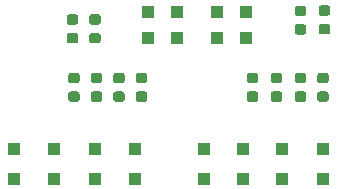
<source format=gbr>
G04 #@! TF.GenerationSoftware,KiCad,Pcbnew,5.0.2+dfsg1-1*
G04 #@! TF.CreationDate,2019-12-14T00:12:12+01:00*
G04 #@! TF.ProjectId,USB,5553422e-6b69-4636-9164-5f7063625858,rev?*
G04 #@! TF.SameCoordinates,Original*
G04 #@! TF.FileFunction,Paste,Top*
G04 #@! TF.FilePolarity,Positive*
%FSLAX46Y46*%
G04 Gerber Fmt 4.6, Leading zero omitted, Abs format (unit mm)*
G04 Created by KiCad (PCBNEW 5.0.2+dfsg1-1) date Sat 14 Dec 2019 12:12:12 AM CET*
%MOMM*%
%LPD*%
G01*
G04 APERTURE LIST*
%ADD10R,1.000000X1.000000*%
%ADD11C,0.100000*%
%ADD12C,0.875000*%
G04 APERTURE END LIST*
D10*
G04 #@! TO.C,D12*
X150221000Y-93980000D03*
X147721000Y-93980000D03*
G04 #@! TD*
G04 #@! TO.C,D1*
X130556000Y-108057000D03*
X130556000Y-105557000D03*
G04 #@! TD*
G04 #@! TO.C,D2*
X133985000Y-105557000D03*
X133985000Y-108057000D03*
G04 #@! TD*
G04 #@! TO.C,D3*
X137414000Y-108057000D03*
X137414000Y-105557000D03*
G04 #@! TD*
G04 #@! TO.C,D4*
X140843000Y-108057000D03*
X140843000Y-105557000D03*
G04 #@! TD*
G04 #@! TO.C,D5*
X141879000Y-96139000D03*
X144379000Y-96139000D03*
G04 #@! TD*
G04 #@! TO.C,D7*
X141879000Y-93980000D03*
X144379000Y-93980000D03*
G04 #@! TD*
G04 #@! TO.C,D8*
X146685000Y-105557000D03*
X146685000Y-108057000D03*
G04 #@! TD*
G04 #@! TO.C,D9*
X149987000Y-108057000D03*
X149987000Y-105557000D03*
G04 #@! TD*
G04 #@! TO.C,D10*
X153289000Y-108057000D03*
X153289000Y-105557000D03*
G04 #@! TD*
G04 #@! TO.C,D11*
X156718000Y-105557000D03*
X156718000Y-108057000D03*
G04 #@! TD*
G04 #@! TO.C,D14*
X147721000Y-96139000D03*
X150221000Y-96139000D03*
G04 #@! TD*
D11*
G04 #@! TO.C,R1*
G36*
X135913691Y-100681053D02*
X135934926Y-100684203D01*
X135955750Y-100689419D01*
X135975962Y-100696651D01*
X135995368Y-100705830D01*
X136013781Y-100716866D01*
X136031024Y-100729654D01*
X136046930Y-100744070D01*
X136061346Y-100759976D01*
X136074134Y-100777219D01*
X136085170Y-100795632D01*
X136094349Y-100815038D01*
X136101581Y-100835250D01*
X136106797Y-100856074D01*
X136109947Y-100877309D01*
X136111000Y-100898750D01*
X136111000Y-101336250D01*
X136109947Y-101357691D01*
X136106797Y-101378926D01*
X136101581Y-101399750D01*
X136094349Y-101419962D01*
X136085170Y-101439368D01*
X136074134Y-101457781D01*
X136061346Y-101475024D01*
X136046930Y-101490930D01*
X136031024Y-101505346D01*
X136013781Y-101518134D01*
X135995368Y-101529170D01*
X135975962Y-101538349D01*
X135955750Y-101545581D01*
X135934926Y-101550797D01*
X135913691Y-101553947D01*
X135892250Y-101555000D01*
X135379750Y-101555000D01*
X135358309Y-101553947D01*
X135337074Y-101550797D01*
X135316250Y-101545581D01*
X135296038Y-101538349D01*
X135276632Y-101529170D01*
X135258219Y-101518134D01*
X135240976Y-101505346D01*
X135225070Y-101490930D01*
X135210654Y-101475024D01*
X135197866Y-101457781D01*
X135186830Y-101439368D01*
X135177651Y-101419962D01*
X135170419Y-101399750D01*
X135165203Y-101378926D01*
X135162053Y-101357691D01*
X135161000Y-101336250D01*
X135161000Y-100898750D01*
X135162053Y-100877309D01*
X135165203Y-100856074D01*
X135170419Y-100835250D01*
X135177651Y-100815038D01*
X135186830Y-100795632D01*
X135197866Y-100777219D01*
X135210654Y-100759976D01*
X135225070Y-100744070D01*
X135240976Y-100729654D01*
X135258219Y-100716866D01*
X135276632Y-100705830D01*
X135296038Y-100696651D01*
X135316250Y-100689419D01*
X135337074Y-100684203D01*
X135358309Y-100681053D01*
X135379750Y-100680000D01*
X135892250Y-100680000D01*
X135913691Y-100681053D01*
X135913691Y-100681053D01*
G37*
D12*
X135636000Y-101117500D03*
D11*
G36*
X135913691Y-99106053D02*
X135934926Y-99109203D01*
X135955750Y-99114419D01*
X135975962Y-99121651D01*
X135995368Y-99130830D01*
X136013781Y-99141866D01*
X136031024Y-99154654D01*
X136046930Y-99169070D01*
X136061346Y-99184976D01*
X136074134Y-99202219D01*
X136085170Y-99220632D01*
X136094349Y-99240038D01*
X136101581Y-99260250D01*
X136106797Y-99281074D01*
X136109947Y-99302309D01*
X136111000Y-99323750D01*
X136111000Y-99761250D01*
X136109947Y-99782691D01*
X136106797Y-99803926D01*
X136101581Y-99824750D01*
X136094349Y-99844962D01*
X136085170Y-99864368D01*
X136074134Y-99882781D01*
X136061346Y-99900024D01*
X136046930Y-99915930D01*
X136031024Y-99930346D01*
X136013781Y-99943134D01*
X135995368Y-99954170D01*
X135975962Y-99963349D01*
X135955750Y-99970581D01*
X135934926Y-99975797D01*
X135913691Y-99978947D01*
X135892250Y-99980000D01*
X135379750Y-99980000D01*
X135358309Y-99978947D01*
X135337074Y-99975797D01*
X135316250Y-99970581D01*
X135296038Y-99963349D01*
X135276632Y-99954170D01*
X135258219Y-99943134D01*
X135240976Y-99930346D01*
X135225070Y-99915930D01*
X135210654Y-99900024D01*
X135197866Y-99882781D01*
X135186830Y-99864368D01*
X135177651Y-99844962D01*
X135170419Y-99824750D01*
X135165203Y-99803926D01*
X135162053Y-99782691D01*
X135161000Y-99761250D01*
X135161000Y-99323750D01*
X135162053Y-99302309D01*
X135165203Y-99281074D01*
X135170419Y-99260250D01*
X135177651Y-99240038D01*
X135186830Y-99220632D01*
X135197866Y-99202219D01*
X135210654Y-99184976D01*
X135225070Y-99169070D01*
X135240976Y-99154654D01*
X135258219Y-99141866D01*
X135276632Y-99130830D01*
X135296038Y-99121651D01*
X135316250Y-99114419D01*
X135337074Y-99109203D01*
X135358309Y-99106053D01*
X135379750Y-99105000D01*
X135892250Y-99105000D01*
X135913691Y-99106053D01*
X135913691Y-99106053D01*
G37*
D12*
X135636000Y-99542500D03*
G04 #@! TD*
D11*
G04 #@! TO.C,R2*
G36*
X137818691Y-99106053D02*
X137839926Y-99109203D01*
X137860750Y-99114419D01*
X137880962Y-99121651D01*
X137900368Y-99130830D01*
X137918781Y-99141866D01*
X137936024Y-99154654D01*
X137951930Y-99169070D01*
X137966346Y-99184976D01*
X137979134Y-99202219D01*
X137990170Y-99220632D01*
X137999349Y-99240038D01*
X138006581Y-99260250D01*
X138011797Y-99281074D01*
X138014947Y-99302309D01*
X138016000Y-99323750D01*
X138016000Y-99761250D01*
X138014947Y-99782691D01*
X138011797Y-99803926D01*
X138006581Y-99824750D01*
X137999349Y-99844962D01*
X137990170Y-99864368D01*
X137979134Y-99882781D01*
X137966346Y-99900024D01*
X137951930Y-99915930D01*
X137936024Y-99930346D01*
X137918781Y-99943134D01*
X137900368Y-99954170D01*
X137880962Y-99963349D01*
X137860750Y-99970581D01*
X137839926Y-99975797D01*
X137818691Y-99978947D01*
X137797250Y-99980000D01*
X137284750Y-99980000D01*
X137263309Y-99978947D01*
X137242074Y-99975797D01*
X137221250Y-99970581D01*
X137201038Y-99963349D01*
X137181632Y-99954170D01*
X137163219Y-99943134D01*
X137145976Y-99930346D01*
X137130070Y-99915930D01*
X137115654Y-99900024D01*
X137102866Y-99882781D01*
X137091830Y-99864368D01*
X137082651Y-99844962D01*
X137075419Y-99824750D01*
X137070203Y-99803926D01*
X137067053Y-99782691D01*
X137066000Y-99761250D01*
X137066000Y-99323750D01*
X137067053Y-99302309D01*
X137070203Y-99281074D01*
X137075419Y-99260250D01*
X137082651Y-99240038D01*
X137091830Y-99220632D01*
X137102866Y-99202219D01*
X137115654Y-99184976D01*
X137130070Y-99169070D01*
X137145976Y-99154654D01*
X137163219Y-99141866D01*
X137181632Y-99130830D01*
X137201038Y-99121651D01*
X137221250Y-99114419D01*
X137242074Y-99109203D01*
X137263309Y-99106053D01*
X137284750Y-99105000D01*
X137797250Y-99105000D01*
X137818691Y-99106053D01*
X137818691Y-99106053D01*
G37*
D12*
X137541000Y-99542500D03*
D11*
G36*
X137818691Y-100681053D02*
X137839926Y-100684203D01*
X137860750Y-100689419D01*
X137880962Y-100696651D01*
X137900368Y-100705830D01*
X137918781Y-100716866D01*
X137936024Y-100729654D01*
X137951930Y-100744070D01*
X137966346Y-100759976D01*
X137979134Y-100777219D01*
X137990170Y-100795632D01*
X137999349Y-100815038D01*
X138006581Y-100835250D01*
X138011797Y-100856074D01*
X138014947Y-100877309D01*
X138016000Y-100898750D01*
X138016000Y-101336250D01*
X138014947Y-101357691D01*
X138011797Y-101378926D01*
X138006581Y-101399750D01*
X137999349Y-101419962D01*
X137990170Y-101439368D01*
X137979134Y-101457781D01*
X137966346Y-101475024D01*
X137951930Y-101490930D01*
X137936024Y-101505346D01*
X137918781Y-101518134D01*
X137900368Y-101529170D01*
X137880962Y-101538349D01*
X137860750Y-101545581D01*
X137839926Y-101550797D01*
X137818691Y-101553947D01*
X137797250Y-101555000D01*
X137284750Y-101555000D01*
X137263309Y-101553947D01*
X137242074Y-101550797D01*
X137221250Y-101545581D01*
X137201038Y-101538349D01*
X137181632Y-101529170D01*
X137163219Y-101518134D01*
X137145976Y-101505346D01*
X137130070Y-101490930D01*
X137115654Y-101475024D01*
X137102866Y-101457781D01*
X137091830Y-101439368D01*
X137082651Y-101419962D01*
X137075419Y-101399750D01*
X137070203Y-101378926D01*
X137067053Y-101357691D01*
X137066000Y-101336250D01*
X137066000Y-100898750D01*
X137067053Y-100877309D01*
X137070203Y-100856074D01*
X137075419Y-100835250D01*
X137082651Y-100815038D01*
X137091830Y-100795632D01*
X137102866Y-100777219D01*
X137115654Y-100759976D01*
X137130070Y-100744070D01*
X137145976Y-100729654D01*
X137163219Y-100716866D01*
X137181632Y-100705830D01*
X137201038Y-100696651D01*
X137221250Y-100689419D01*
X137242074Y-100684203D01*
X137263309Y-100681053D01*
X137284750Y-100680000D01*
X137797250Y-100680000D01*
X137818691Y-100681053D01*
X137818691Y-100681053D01*
G37*
D12*
X137541000Y-101117500D03*
G04 #@! TD*
D11*
G04 #@! TO.C,R3*
G36*
X141628691Y-99106053D02*
X141649926Y-99109203D01*
X141670750Y-99114419D01*
X141690962Y-99121651D01*
X141710368Y-99130830D01*
X141728781Y-99141866D01*
X141746024Y-99154654D01*
X141761930Y-99169070D01*
X141776346Y-99184976D01*
X141789134Y-99202219D01*
X141800170Y-99220632D01*
X141809349Y-99240038D01*
X141816581Y-99260250D01*
X141821797Y-99281074D01*
X141824947Y-99302309D01*
X141826000Y-99323750D01*
X141826000Y-99761250D01*
X141824947Y-99782691D01*
X141821797Y-99803926D01*
X141816581Y-99824750D01*
X141809349Y-99844962D01*
X141800170Y-99864368D01*
X141789134Y-99882781D01*
X141776346Y-99900024D01*
X141761930Y-99915930D01*
X141746024Y-99930346D01*
X141728781Y-99943134D01*
X141710368Y-99954170D01*
X141690962Y-99963349D01*
X141670750Y-99970581D01*
X141649926Y-99975797D01*
X141628691Y-99978947D01*
X141607250Y-99980000D01*
X141094750Y-99980000D01*
X141073309Y-99978947D01*
X141052074Y-99975797D01*
X141031250Y-99970581D01*
X141011038Y-99963349D01*
X140991632Y-99954170D01*
X140973219Y-99943134D01*
X140955976Y-99930346D01*
X140940070Y-99915930D01*
X140925654Y-99900024D01*
X140912866Y-99882781D01*
X140901830Y-99864368D01*
X140892651Y-99844962D01*
X140885419Y-99824750D01*
X140880203Y-99803926D01*
X140877053Y-99782691D01*
X140876000Y-99761250D01*
X140876000Y-99323750D01*
X140877053Y-99302309D01*
X140880203Y-99281074D01*
X140885419Y-99260250D01*
X140892651Y-99240038D01*
X140901830Y-99220632D01*
X140912866Y-99202219D01*
X140925654Y-99184976D01*
X140940070Y-99169070D01*
X140955976Y-99154654D01*
X140973219Y-99141866D01*
X140991632Y-99130830D01*
X141011038Y-99121651D01*
X141031250Y-99114419D01*
X141052074Y-99109203D01*
X141073309Y-99106053D01*
X141094750Y-99105000D01*
X141607250Y-99105000D01*
X141628691Y-99106053D01*
X141628691Y-99106053D01*
G37*
D12*
X141351000Y-99542500D03*
D11*
G36*
X141628691Y-100681053D02*
X141649926Y-100684203D01*
X141670750Y-100689419D01*
X141690962Y-100696651D01*
X141710368Y-100705830D01*
X141728781Y-100716866D01*
X141746024Y-100729654D01*
X141761930Y-100744070D01*
X141776346Y-100759976D01*
X141789134Y-100777219D01*
X141800170Y-100795632D01*
X141809349Y-100815038D01*
X141816581Y-100835250D01*
X141821797Y-100856074D01*
X141824947Y-100877309D01*
X141826000Y-100898750D01*
X141826000Y-101336250D01*
X141824947Y-101357691D01*
X141821797Y-101378926D01*
X141816581Y-101399750D01*
X141809349Y-101419962D01*
X141800170Y-101439368D01*
X141789134Y-101457781D01*
X141776346Y-101475024D01*
X141761930Y-101490930D01*
X141746024Y-101505346D01*
X141728781Y-101518134D01*
X141710368Y-101529170D01*
X141690962Y-101538349D01*
X141670750Y-101545581D01*
X141649926Y-101550797D01*
X141628691Y-101553947D01*
X141607250Y-101555000D01*
X141094750Y-101555000D01*
X141073309Y-101553947D01*
X141052074Y-101550797D01*
X141031250Y-101545581D01*
X141011038Y-101538349D01*
X140991632Y-101529170D01*
X140973219Y-101518134D01*
X140955976Y-101505346D01*
X140940070Y-101490930D01*
X140925654Y-101475024D01*
X140912866Y-101457781D01*
X140901830Y-101439368D01*
X140892651Y-101419962D01*
X140885419Y-101399750D01*
X140880203Y-101378926D01*
X140877053Y-101357691D01*
X140876000Y-101336250D01*
X140876000Y-100898750D01*
X140877053Y-100877309D01*
X140880203Y-100856074D01*
X140885419Y-100835250D01*
X140892651Y-100815038D01*
X140901830Y-100795632D01*
X140912866Y-100777219D01*
X140925654Y-100759976D01*
X140940070Y-100744070D01*
X140955976Y-100729654D01*
X140973219Y-100716866D01*
X140991632Y-100705830D01*
X141011038Y-100696651D01*
X141031250Y-100689419D01*
X141052074Y-100684203D01*
X141073309Y-100681053D01*
X141094750Y-100680000D01*
X141607250Y-100680000D01*
X141628691Y-100681053D01*
X141628691Y-100681053D01*
G37*
D12*
X141351000Y-101117500D03*
G04 #@! TD*
D11*
G04 #@! TO.C,R4*
G36*
X139723691Y-100681053D02*
X139744926Y-100684203D01*
X139765750Y-100689419D01*
X139785962Y-100696651D01*
X139805368Y-100705830D01*
X139823781Y-100716866D01*
X139841024Y-100729654D01*
X139856930Y-100744070D01*
X139871346Y-100759976D01*
X139884134Y-100777219D01*
X139895170Y-100795632D01*
X139904349Y-100815038D01*
X139911581Y-100835250D01*
X139916797Y-100856074D01*
X139919947Y-100877309D01*
X139921000Y-100898750D01*
X139921000Y-101336250D01*
X139919947Y-101357691D01*
X139916797Y-101378926D01*
X139911581Y-101399750D01*
X139904349Y-101419962D01*
X139895170Y-101439368D01*
X139884134Y-101457781D01*
X139871346Y-101475024D01*
X139856930Y-101490930D01*
X139841024Y-101505346D01*
X139823781Y-101518134D01*
X139805368Y-101529170D01*
X139785962Y-101538349D01*
X139765750Y-101545581D01*
X139744926Y-101550797D01*
X139723691Y-101553947D01*
X139702250Y-101555000D01*
X139189750Y-101555000D01*
X139168309Y-101553947D01*
X139147074Y-101550797D01*
X139126250Y-101545581D01*
X139106038Y-101538349D01*
X139086632Y-101529170D01*
X139068219Y-101518134D01*
X139050976Y-101505346D01*
X139035070Y-101490930D01*
X139020654Y-101475024D01*
X139007866Y-101457781D01*
X138996830Y-101439368D01*
X138987651Y-101419962D01*
X138980419Y-101399750D01*
X138975203Y-101378926D01*
X138972053Y-101357691D01*
X138971000Y-101336250D01*
X138971000Y-100898750D01*
X138972053Y-100877309D01*
X138975203Y-100856074D01*
X138980419Y-100835250D01*
X138987651Y-100815038D01*
X138996830Y-100795632D01*
X139007866Y-100777219D01*
X139020654Y-100759976D01*
X139035070Y-100744070D01*
X139050976Y-100729654D01*
X139068219Y-100716866D01*
X139086632Y-100705830D01*
X139106038Y-100696651D01*
X139126250Y-100689419D01*
X139147074Y-100684203D01*
X139168309Y-100681053D01*
X139189750Y-100680000D01*
X139702250Y-100680000D01*
X139723691Y-100681053D01*
X139723691Y-100681053D01*
G37*
D12*
X139446000Y-101117500D03*
D11*
G36*
X139723691Y-99106053D02*
X139744926Y-99109203D01*
X139765750Y-99114419D01*
X139785962Y-99121651D01*
X139805368Y-99130830D01*
X139823781Y-99141866D01*
X139841024Y-99154654D01*
X139856930Y-99169070D01*
X139871346Y-99184976D01*
X139884134Y-99202219D01*
X139895170Y-99220632D01*
X139904349Y-99240038D01*
X139911581Y-99260250D01*
X139916797Y-99281074D01*
X139919947Y-99302309D01*
X139921000Y-99323750D01*
X139921000Y-99761250D01*
X139919947Y-99782691D01*
X139916797Y-99803926D01*
X139911581Y-99824750D01*
X139904349Y-99844962D01*
X139895170Y-99864368D01*
X139884134Y-99882781D01*
X139871346Y-99900024D01*
X139856930Y-99915930D01*
X139841024Y-99930346D01*
X139823781Y-99943134D01*
X139805368Y-99954170D01*
X139785962Y-99963349D01*
X139765750Y-99970581D01*
X139744926Y-99975797D01*
X139723691Y-99978947D01*
X139702250Y-99980000D01*
X139189750Y-99980000D01*
X139168309Y-99978947D01*
X139147074Y-99975797D01*
X139126250Y-99970581D01*
X139106038Y-99963349D01*
X139086632Y-99954170D01*
X139068219Y-99943134D01*
X139050976Y-99930346D01*
X139035070Y-99915930D01*
X139020654Y-99900024D01*
X139007866Y-99882781D01*
X138996830Y-99864368D01*
X138987651Y-99844962D01*
X138980419Y-99824750D01*
X138975203Y-99803926D01*
X138972053Y-99782691D01*
X138971000Y-99761250D01*
X138971000Y-99323750D01*
X138972053Y-99302309D01*
X138975203Y-99281074D01*
X138980419Y-99260250D01*
X138987651Y-99240038D01*
X138996830Y-99220632D01*
X139007866Y-99202219D01*
X139020654Y-99184976D01*
X139035070Y-99169070D01*
X139050976Y-99154654D01*
X139068219Y-99141866D01*
X139086632Y-99130830D01*
X139106038Y-99121651D01*
X139126250Y-99114419D01*
X139147074Y-99109203D01*
X139168309Y-99106053D01*
X139189750Y-99105000D01*
X139702250Y-99105000D01*
X139723691Y-99106053D01*
X139723691Y-99106053D01*
G37*
D12*
X139446000Y-99542500D03*
G04 #@! TD*
D11*
G04 #@! TO.C,R5*
G36*
X137691691Y-94153053D02*
X137712926Y-94156203D01*
X137733750Y-94161419D01*
X137753962Y-94168651D01*
X137773368Y-94177830D01*
X137791781Y-94188866D01*
X137809024Y-94201654D01*
X137824930Y-94216070D01*
X137839346Y-94231976D01*
X137852134Y-94249219D01*
X137863170Y-94267632D01*
X137872349Y-94287038D01*
X137879581Y-94307250D01*
X137884797Y-94328074D01*
X137887947Y-94349309D01*
X137889000Y-94370750D01*
X137889000Y-94808250D01*
X137887947Y-94829691D01*
X137884797Y-94850926D01*
X137879581Y-94871750D01*
X137872349Y-94891962D01*
X137863170Y-94911368D01*
X137852134Y-94929781D01*
X137839346Y-94947024D01*
X137824930Y-94962930D01*
X137809024Y-94977346D01*
X137791781Y-94990134D01*
X137773368Y-95001170D01*
X137753962Y-95010349D01*
X137733750Y-95017581D01*
X137712926Y-95022797D01*
X137691691Y-95025947D01*
X137670250Y-95027000D01*
X137157750Y-95027000D01*
X137136309Y-95025947D01*
X137115074Y-95022797D01*
X137094250Y-95017581D01*
X137074038Y-95010349D01*
X137054632Y-95001170D01*
X137036219Y-94990134D01*
X137018976Y-94977346D01*
X137003070Y-94962930D01*
X136988654Y-94947024D01*
X136975866Y-94929781D01*
X136964830Y-94911368D01*
X136955651Y-94891962D01*
X136948419Y-94871750D01*
X136943203Y-94850926D01*
X136940053Y-94829691D01*
X136939000Y-94808250D01*
X136939000Y-94370750D01*
X136940053Y-94349309D01*
X136943203Y-94328074D01*
X136948419Y-94307250D01*
X136955651Y-94287038D01*
X136964830Y-94267632D01*
X136975866Y-94249219D01*
X136988654Y-94231976D01*
X137003070Y-94216070D01*
X137018976Y-94201654D01*
X137036219Y-94188866D01*
X137054632Y-94177830D01*
X137074038Y-94168651D01*
X137094250Y-94161419D01*
X137115074Y-94156203D01*
X137136309Y-94153053D01*
X137157750Y-94152000D01*
X137670250Y-94152000D01*
X137691691Y-94153053D01*
X137691691Y-94153053D01*
G37*
D12*
X137414000Y-94589500D03*
D11*
G36*
X137691691Y-95728053D02*
X137712926Y-95731203D01*
X137733750Y-95736419D01*
X137753962Y-95743651D01*
X137773368Y-95752830D01*
X137791781Y-95763866D01*
X137809024Y-95776654D01*
X137824930Y-95791070D01*
X137839346Y-95806976D01*
X137852134Y-95824219D01*
X137863170Y-95842632D01*
X137872349Y-95862038D01*
X137879581Y-95882250D01*
X137884797Y-95903074D01*
X137887947Y-95924309D01*
X137889000Y-95945750D01*
X137889000Y-96383250D01*
X137887947Y-96404691D01*
X137884797Y-96425926D01*
X137879581Y-96446750D01*
X137872349Y-96466962D01*
X137863170Y-96486368D01*
X137852134Y-96504781D01*
X137839346Y-96522024D01*
X137824930Y-96537930D01*
X137809024Y-96552346D01*
X137791781Y-96565134D01*
X137773368Y-96576170D01*
X137753962Y-96585349D01*
X137733750Y-96592581D01*
X137712926Y-96597797D01*
X137691691Y-96600947D01*
X137670250Y-96602000D01*
X137157750Y-96602000D01*
X137136309Y-96600947D01*
X137115074Y-96597797D01*
X137094250Y-96592581D01*
X137074038Y-96585349D01*
X137054632Y-96576170D01*
X137036219Y-96565134D01*
X137018976Y-96552346D01*
X137003070Y-96537930D01*
X136988654Y-96522024D01*
X136975866Y-96504781D01*
X136964830Y-96486368D01*
X136955651Y-96466962D01*
X136948419Y-96446750D01*
X136943203Y-96425926D01*
X136940053Y-96404691D01*
X136939000Y-96383250D01*
X136939000Y-95945750D01*
X136940053Y-95924309D01*
X136943203Y-95903074D01*
X136948419Y-95882250D01*
X136955651Y-95862038D01*
X136964830Y-95842632D01*
X136975866Y-95824219D01*
X136988654Y-95806976D01*
X137003070Y-95791070D01*
X137018976Y-95776654D01*
X137036219Y-95763866D01*
X137054632Y-95752830D01*
X137074038Y-95743651D01*
X137094250Y-95736419D01*
X137115074Y-95731203D01*
X137136309Y-95728053D01*
X137157750Y-95727000D01*
X137670250Y-95727000D01*
X137691691Y-95728053D01*
X137691691Y-95728053D01*
G37*
D12*
X137414000Y-96164500D03*
G04 #@! TD*
D11*
G04 #@! TO.C,R6*
G36*
X135786691Y-94153053D02*
X135807926Y-94156203D01*
X135828750Y-94161419D01*
X135848962Y-94168651D01*
X135868368Y-94177830D01*
X135886781Y-94188866D01*
X135904024Y-94201654D01*
X135919930Y-94216070D01*
X135934346Y-94231976D01*
X135947134Y-94249219D01*
X135958170Y-94267632D01*
X135967349Y-94287038D01*
X135974581Y-94307250D01*
X135979797Y-94328074D01*
X135982947Y-94349309D01*
X135984000Y-94370750D01*
X135984000Y-94808250D01*
X135982947Y-94829691D01*
X135979797Y-94850926D01*
X135974581Y-94871750D01*
X135967349Y-94891962D01*
X135958170Y-94911368D01*
X135947134Y-94929781D01*
X135934346Y-94947024D01*
X135919930Y-94962930D01*
X135904024Y-94977346D01*
X135886781Y-94990134D01*
X135868368Y-95001170D01*
X135848962Y-95010349D01*
X135828750Y-95017581D01*
X135807926Y-95022797D01*
X135786691Y-95025947D01*
X135765250Y-95027000D01*
X135252750Y-95027000D01*
X135231309Y-95025947D01*
X135210074Y-95022797D01*
X135189250Y-95017581D01*
X135169038Y-95010349D01*
X135149632Y-95001170D01*
X135131219Y-94990134D01*
X135113976Y-94977346D01*
X135098070Y-94962930D01*
X135083654Y-94947024D01*
X135070866Y-94929781D01*
X135059830Y-94911368D01*
X135050651Y-94891962D01*
X135043419Y-94871750D01*
X135038203Y-94850926D01*
X135035053Y-94829691D01*
X135034000Y-94808250D01*
X135034000Y-94370750D01*
X135035053Y-94349309D01*
X135038203Y-94328074D01*
X135043419Y-94307250D01*
X135050651Y-94287038D01*
X135059830Y-94267632D01*
X135070866Y-94249219D01*
X135083654Y-94231976D01*
X135098070Y-94216070D01*
X135113976Y-94201654D01*
X135131219Y-94188866D01*
X135149632Y-94177830D01*
X135169038Y-94168651D01*
X135189250Y-94161419D01*
X135210074Y-94156203D01*
X135231309Y-94153053D01*
X135252750Y-94152000D01*
X135765250Y-94152000D01*
X135786691Y-94153053D01*
X135786691Y-94153053D01*
G37*
D12*
X135509000Y-94589500D03*
D11*
G36*
X135786691Y-95728053D02*
X135807926Y-95731203D01*
X135828750Y-95736419D01*
X135848962Y-95743651D01*
X135868368Y-95752830D01*
X135886781Y-95763866D01*
X135904024Y-95776654D01*
X135919930Y-95791070D01*
X135934346Y-95806976D01*
X135947134Y-95824219D01*
X135958170Y-95842632D01*
X135967349Y-95862038D01*
X135974581Y-95882250D01*
X135979797Y-95903074D01*
X135982947Y-95924309D01*
X135984000Y-95945750D01*
X135984000Y-96383250D01*
X135982947Y-96404691D01*
X135979797Y-96425926D01*
X135974581Y-96446750D01*
X135967349Y-96466962D01*
X135958170Y-96486368D01*
X135947134Y-96504781D01*
X135934346Y-96522024D01*
X135919930Y-96537930D01*
X135904024Y-96552346D01*
X135886781Y-96565134D01*
X135868368Y-96576170D01*
X135848962Y-96585349D01*
X135828750Y-96592581D01*
X135807926Y-96597797D01*
X135786691Y-96600947D01*
X135765250Y-96602000D01*
X135252750Y-96602000D01*
X135231309Y-96600947D01*
X135210074Y-96597797D01*
X135189250Y-96592581D01*
X135169038Y-96585349D01*
X135149632Y-96576170D01*
X135131219Y-96565134D01*
X135113976Y-96552346D01*
X135098070Y-96537930D01*
X135083654Y-96522024D01*
X135070866Y-96504781D01*
X135059830Y-96486368D01*
X135050651Y-96466962D01*
X135043419Y-96446750D01*
X135038203Y-96425926D01*
X135035053Y-96404691D01*
X135034000Y-96383250D01*
X135034000Y-95945750D01*
X135035053Y-95924309D01*
X135038203Y-95903074D01*
X135043419Y-95882250D01*
X135050651Y-95862038D01*
X135059830Y-95842632D01*
X135070866Y-95824219D01*
X135083654Y-95806976D01*
X135098070Y-95791070D01*
X135113976Y-95776654D01*
X135131219Y-95763866D01*
X135149632Y-95752830D01*
X135169038Y-95743651D01*
X135189250Y-95736419D01*
X135210074Y-95731203D01*
X135231309Y-95728053D01*
X135252750Y-95727000D01*
X135765250Y-95727000D01*
X135786691Y-95728053D01*
X135786691Y-95728053D01*
G37*
D12*
X135509000Y-96164500D03*
G04 #@! TD*
D11*
G04 #@! TO.C,R7*
G36*
X151026691Y-99106053D02*
X151047926Y-99109203D01*
X151068750Y-99114419D01*
X151088962Y-99121651D01*
X151108368Y-99130830D01*
X151126781Y-99141866D01*
X151144024Y-99154654D01*
X151159930Y-99169070D01*
X151174346Y-99184976D01*
X151187134Y-99202219D01*
X151198170Y-99220632D01*
X151207349Y-99240038D01*
X151214581Y-99260250D01*
X151219797Y-99281074D01*
X151222947Y-99302309D01*
X151224000Y-99323750D01*
X151224000Y-99761250D01*
X151222947Y-99782691D01*
X151219797Y-99803926D01*
X151214581Y-99824750D01*
X151207349Y-99844962D01*
X151198170Y-99864368D01*
X151187134Y-99882781D01*
X151174346Y-99900024D01*
X151159930Y-99915930D01*
X151144024Y-99930346D01*
X151126781Y-99943134D01*
X151108368Y-99954170D01*
X151088962Y-99963349D01*
X151068750Y-99970581D01*
X151047926Y-99975797D01*
X151026691Y-99978947D01*
X151005250Y-99980000D01*
X150492750Y-99980000D01*
X150471309Y-99978947D01*
X150450074Y-99975797D01*
X150429250Y-99970581D01*
X150409038Y-99963349D01*
X150389632Y-99954170D01*
X150371219Y-99943134D01*
X150353976Y-99930346D01*
X150338070Y-99915930D01*
X150323654Y-99900024D01*
X150310866Y-99882781D01*
X150299830Y-99864368D01*
X150290651Y-99844962D01*
X150283419Y-99824750D01*
X150278203Y-99803926D01*
X150275053Y-99782691D01*
X150274000Y-99761250D01*
X150274000Y-99323750D01*
X150275053Y-99302309D01*
X150278203Y-99281074D01*
X150283419Y-99260250D01*
X150290651Y-99240038D01*
X150299830Y-99220632D01*
X150310866Y-99202219D01*
X150323654Y-99184976D01*
X150338070Y-99169070D01*
X150353976Y-99154654D01*
X150371219Y-99141866D01*
X150389632Y-99130830D01*
X150409038Y-99121651D01*
X150429250Y-99114419D01*
X150450074Y-99109203D01*
X150471309Y-99106053D01*
X150492750Y-99105000D01*
X151005250Y-99105000D01*
X151026691Y-99106053D01*
X151026691Y-99106053D01*
G37*
D12*
X150749000Y-99542500D03*
D11*
G36*
X151026691Y-100681053D02*
X151047926Y-100684203D01*
X151068750Y-100689419D01*
X151088962Y-100696651D01*
X151108368Y-100705830D01*
X151126781Y-100716866D01*
X151144024Y-100729654D01*
X151159930Y-100744070D01*
X151174346Y-100759976D01*
X151187134Y-100777219D01*
X151198170Y-100795632D01*
X151207349Y-100815038D01*
X151214581Y-100835250D01*
X151219797Y-100856074D01*
X151222947Y-100877309D01*
X151224000Y-100898750D01*
X151224000Y-101336250D01*
X151222947Y-101357691D01*
X151219797Y-101378926D01*
X151214581Y-101399750D01*
X151207349Y-101419962D01*
X151198170Y-101439368D01*
X151187134Y-101457781D01*
X151174346Y-101475024D01*
X151159930Y-101490930D01*
X151144024Y-101505346D01*
X151126781Y-101518134D01*
X151108368Y-101529170D01*
X151088962Y-101538349D01*
X151068750Y-101545581D01*
X151047926Y-101550797D01*
X151026691Y-101553947D01*
X151005250Y-101555000D01*
X150492750Y-101555000D01*
X150471309Y-101553947D01*
X150450074Y-101550797D01*
X150429250Y-101545581D01*
X150409038Y-101538349D01*
X150389632Y-101529170D01*
X150371219Y-101518134D01*
X150353976Y-101505346D01*
X150338070Y-101490930D01*
X150323654Y-101475024D01*
X150310866Y-101457781D01*
X150299830Y-101439368D01*
X150290651Y-101419962D01*
X150283419Y-101399750D01*
X150278203Y-101378926D01*
X150275053Y-101357691D01*
X150274000Y-101336250D01*
X150274000Y-100898750D01*
X150275053Y-100877309D01*
X150278203Y-100856074D01*
X150283419Y-100835250D01*
X150290651Y-100815038D01*
X150299830Y-100795632D01*
X150310866Y-100777219D01*
X150323654Y-100759976D01*
X150338070Y-100744070D01*
X150353976Y-100729654D01*
X150371219Y-100716866D01*
X150389632Y-100705830D01*
X150409038Y-100696651D01*
X150429250Y-100689419D01*
X150450074Y-100684203D01*
X150471309Y-100681053D01*
X150492750Y-100680000D01*
X151005250Y-100680000D01*
X151026691Y-100681053D01*
X151026691Y-100681053D01*
G37*
D12*
X150749000Y-101117500D03*
G04 #@! TD*
D11*
G04 #@! TO.C,R8*
G36*
X153058691Y-99106053D02*
X153079926Y-99109203D01*
X153100750Y-99114419D01*
X153120962Y-99121651D01*
X153140368Y-99130830D01*
X153158781Y-99141866D01*
X153176024Y-99154654D01*
X153191930Y-99169070D01*
X153206346Y-99184976D01*
X153219134Y-99202219D01*
X153230170Y-99220632D01*
X153239349Y-99240038D01*
X153246581Y-99260250D01*
X153251797Y-99281074D01*
X153254947Y-99302309D01*
X153256000Y-99323750D01*
X153256000Y-99761250D01*
X153254947Y-99782691D01*
X153251797Y-99803926D01*
X153246581Y-99824750D01*
X153239349Y-99844962D01*
X153230170Y-99864368D01*
X153219134Y-99882781D01*
X153206346Y-99900024D01*
X153191930Y-99915930D01*
X153176024Y-99930346D01*
X153158781Y-99943134D01*
X153140368Y-99954170D01*
X153120962Y-99963349D01*
X153100750Y-99970581D01*
X153079926Y-99975797D01*
X153058691Y-99978947D01*
X153037250Y-99980000D01*
X152524750Y-99980000D01*
X152503309Y-99978947D01*
X152482074Y-99975797D01*
X152461250Y-99970581D01*
X152441038Y-99963349D01*
X152421632Y-99954170D01*
X152403219Y-99943134D01*
X152385976Y-99930346D01*
X152370070Y-99915930D01*
X152355654Y-99900024D01*
X152342866Y-99882781D01*
X152331830Y-99864368D01*
X152322651Y-99844962D01*
X152315419Y-99824750D01*
X152310203Y-99803926D01*
X152307053Y-99782691D01*
X152306000Y-99761250D01*
X152306000Y-99323750D01*
X152307053Y-99302309D01*
X152310203Y-99281074D01*
X152315419Y-99260250D01*
X152322651Y-99240038D01*
X152331830Y-99220632D01*
X152342866Y-99202219D01*
X152355654Y-99184976D01*
X152370070Y-99169070D01*
X152385976Y-99154654D01*
X152403219Y-99141866D01*
X152421632Y-99130830D01*
X152441038Y-99121651D01*
X152461250Y-99114419D01*
X152482074Y-99109203D01*
X152503309Y-99106053D01*
X152524750Y-99105000D01*
X153037250Y-99105000D01*
X153058691Y-99106053D01*
X153058691Y-99106053D01*
G37*
D12*
X152781000Y-99542500D03*
D11*
G36*
X153058691Y-100681053D02*
X153079926Y-100684203D01*
X153100750Y-100689419D01*
X153120962Y-100696651D01*
X153140368Y-100705830D01*
X153158781Y-100716866D01*
X153176024Y-100729654D01*
X153191930Y-100744070D01*
X153206346Y-100759976D01*
X153219134Y-100777219D01*
X153230170Y-100795632D01*
X153239349Y-100815038D01*
X153246581Y-100835250D01*
X153251797Y-100856074D01*
X153254947Y-100877309D01*
X153256000Y-100898750D01*
X153256000Y-101336250D01*
X153254947Y-101357691D01*
X153251797Y-101378926D01*
X153246581Y-101399750D01*
X153239349Y-101419962D01*
X153230170Y-101439368D01*
X153219134Y-101457781D01*
X153206346Y-101475024D01*
X153191930Y-101490930D01*
X153176024Y-101505346D01*
X153158781Y-101518134D01*
X153140368Y-101529170D01*
X153120962Y-101538349D01*
X153100750Y-101545581D01*
X153079926Y-101550797D01*
X153058691Y-101553947D01*
X153037250Y-101555000D01*
X152524750Y-101555000D01*
X152503309Y-101553947D01*
X152482074Y-101550797D01*
X152461250Y-101545581D01*
X152441038Y-101538349D01*
X152421632Y-101529170D01*
X152403219Y-101518134D01*
X152385976Y-101505346D01*
X152370070Y-101490930D01*
X152355654Y-101475024D01*
X152342866Y-101457781D01*
X152331830Y-101439368D01*
X152322651Y-101419962D01*
X152315419Y-101399750D01*
X152310203Y-101378926D01*
X152307053Y-101357691D01*
X152306000Y-101336250D01*
X152306000Y-100898750D01*
X152307053Y-100877309D01*
X152310203Y-100856074D01*
X152315419Y-100835250D01*
X152322651Y-100815038D01*
X152331830Y-100795632D01*
X152342866Y-100777219D01*
X152355654Y-100759976D01*
X152370070Y-100744070D01*
X152385976Y-100729654D01*
X152403219Y-100716866D01*
X152421632Y-100705830D01*
X152441038Y-100696651D01*
X152461250Y-100689419D01*
X152482074Y-100684203D01*
X152503309Y-100681053D01*
X152524750Y-100680000D01*
X153037250Y-100680000D01*
X153058691Y-100681053D01*
X153058691Y-100681053D01*
G37*
D12*
X152781000Y-101117500D03*
G04 #@! TD*
D11*
G04 #@! TO.C,R9*
G36*
X155090691Y-99106053D02*
X155111926Y-99109203D01*
X155132750Y-99114419D01*
X155152962Y-99121651D01*
X155172368Y-99130830D01*
X155190781Y-99141866D01*
X155208024Y-99154654D01*
X155223930Y-99169070D01*
X155238346Y-99184976D01*
X155251134Y-99202219D01*
X155262170Y-99220632D01*
X155271349Y-99240038D01*
X155278581Y-99260250D01*
X155283797Y-99281074D01*
X155286947Y-99302309D01*
X155288000Y-99323750D01*
X155288000Y-99761250D01*
X155286947Y-99782691D01*
X155283797Y-99803926D01*
X155278581Y-99824750D01*
X155271349Y-99844962D01*
X155262170Y-99864368D01*
X155251134Y-99882781D01*
X155238346Y-99900024D01*
X155223930Y-99915930D01*
X155208024Y-99930346D01*
X155190781Y-99943134D01*
X155172368Y-99954170D01*
X155152962Y-99963349D01*
X155132750Y-99970581D01*
X155111926Y-99975797D01*
X155090691Y-99978947D01*
X155069250Y-99980000D01*
X154556750Y-99980000D01*
X154535309Y-99978947D01*
X154514074Y-99975797D01*
X154493250Y-99970581D01*
X154473038Y-99963349D01*
X154453632Y-99954170D01*
X154435219Y-99943134D01*
X154417976Y-99930346D01*
X154402070Y-99915930D01*
X154387654Y-99900024D01*
X154374866Y-99882781D01*
X154363830Y-99864368D01*
X154354651Y-99844962D01*
X154347419Y-99824750D01*
X154342203Y-99803926D01*
X154339053Y-99782691D01*
X154338000Y-99761250D01*
X154338000Y-99323750D01*
X154339053Y-99302309D01*
X154342203Y-99281074D01*
X154347419Y-99260250D01*
X154354651Y-99240038D01*
X154363830Y-99220632D01*
X154374866Y-99202219D01*
X154387654Y-99184976D01*
X154402070Y-99169070D01*
X154417976Y-99154654D01*
X154435219Y-99141866D01*
X154453632Y-99130830D01*
X154473038Y-99121651D01*
X154493250Y-99114419D01*
X154514074Y-99109203D01*
X154535309Y-99106053D01*
X154556750Y-99105000D01*
X155069250Y-99105000D01*
X155090691Y-99106053D01*
X155090691Y-99106053D01*
G37*
D12*
X154813000Y-99542500D03*
D11*
G36*
X155090691Y-100681053D02*
X155111926Y-100684203D01*
X155132750Y-100689419D01*
X155152962Y-100696651D01*
X155172368Y-100705830D01*
X155190781Y-100716866D01*
X155208024Y-100729654D01*
X155223930Y-100744070D01*
X155238346Y-100759976D01*
X155251134Y-100777219D01*
X155262170Y-100795632D01*
X155271349Y-100815038D01*
X155278581Y-100835250D01*
X155283797Y-100856074D01*
X155286947Y-100877309D01*
X155288000Y-100898750D01*
X155288000Y-101336250D01*
X155286947Y-101357691D01*
X155283797Y-101378926D01*
X155278581Y-101399750D01*
X155271349Y-101419962D01*
X155262170Y-101439368D01*
X155251134Y-101457781D01*
X155238346Y-101475024D01*
X155223930Y-101490930D01*
X155208024Y-101505346D01*
X155190781Y-101518134D01*
X155172368Y-101529170D01*
X155152962Y-101538349D01*
X155132750Y-101545581D01*
X155111926Y-101550797D01*
X155090691Y-101553947D01*
X155069250Y-101555000D01*
X154556750Y-101555000D01*
X154535309Y-101553947D01*
X154514074Y-101550797D01*
X154493250Y-101545581D01*
X154473038Y-101538349D01*
X154453632Y-101529170D01*
X154435219Y-101518134D01*
X154417976Y-101505346D01*
X154402070Y-101490930D01*
X154387654Y-101475024D01*
X154374866Y-101457781D01*
X154363830Y-101439368D01*
X154354651Y-101419962D01*
X154347419Y-101399750D01*
X154342203Y-101378926D01*
X154339053Y-101357691D01*
X154338000Y-101336250D01*
X154338000Y-100898750D01*
X154339053Y-100877309D01*
X154342203Y-100856074D01*
X154347419Y-100835250D01*
X154354651Y-100815038D01*
X154363830Y-100795632D01*
X154374866Y-100777219D01*
X154387654Y-100759976D01*
X154402070Y-100744070D01*
X154417976Y-100729654D01*
X154435219Y-100716866D01*
X154453632Y-100705830D01*
X154473038Y-100696651D01*
X154493250Y-100689419D01*
X154514074Y-100684203D01*
X154535309Y-100681053D01*
X154556750Y-100680000D01*
X155069250Y-100680000D01*
X155090691Y-100681053D01*
X155090691Y-100681053D01*
G37*
D12*
X154813000Y-101117500D03*
G04 #@! TD*
D11*
G04 #@! TO.C,R10*
G36*
X156995691Y-100681053D02*
X157016926Y-100684203D01*
X157037750Y-100689419D01*
X157057962Y-100696651D01*
X157077368Y-100705830D01*
X157095781Y-100716866D01*
X157113024Y-100729654D01*
X157128930Y-100744070D01*
X157143346Y-100759976D01*
X157156134Y-100777219D01*
X157167170Y-100795632D01*
X157176349Y-100815038D01*
X157183581Y-100835250D01*
X157188797Y-100856074D01*
X157191947Y-100877309D01*
X157193000Y-100898750D01*
X157193000Y-101336250D01*
X157191947Y-101357691D01*
X157188797Y-101378926D01*
X157183581Y-101399750D01*
X157176349Y-101419962D01*
X157167170Y-101439368D01*
X157156134Y-101457781D01*
X157143346Y-101475024D01*
X157128930Y-101490930D01*
X157113024Y-101505346D01*
X157095781Y-101518134D01*
X157077368Y-101529170D01*
X157057962Y-101538349D01*
X157037750Y-101545581D01*
X157016926Y-101550797D01*
X156995691Y-101553947D01*
X156974250Y-101555000D01*
X156461750Y-101555000D01*
X156440309Y-101553947D01*
X156419074Y-101550797D01*
X156398250Y-101545581D01*
X156378038Y-101538349D01*
X156358632Y-101529170D01*
X156340219Y-101518134D01*
X156322976Y-101505346D01*
X156307070Y-101490930D01*
X156292654Y-101475024D01*
X156279866Y-101457781D01*
X156268830Y-101439368D01*
X156259651Y-101419962D01*
X156252419Y-101399750D01*
X156247203Y-101378926D01*
X156244053Y-101357691D01*
X156243000Y-101336250D01*
X156243000Y-100898750D01*
X156244053Y-100877309D01*
X156247203Y-100856074D01*
X156252419Y-100835250D01*
X156259651Y-100815038D01*
X156268830Y-100795632D01*
X156279866Y-100777219D01*
X156292654Y-100759976D01*
X156307070Y-100744070D01*
X156322976Y-100729654D01*
X156340219Y-100716866D01*
X156358632Y-100705830D01*
X156378038Y-100696651D01*
X156398250Y-100689419D01*
X156419074Y-100684203D01*
X156440309Y-100681053D01*
X156461750Y-100680000D01*
X156974250Y-100680000D01*
X156995691Y-100681053D01*
X156995691Y-100681053D01*
G37*
D12*
X156718000Y-101117500D03*
D11*
G36*
X156995691Y-99106053D02*
X157016926Y-99109203D01*
X157037750Y-99114419D01*
X157057962Y-99121651D01*
X157077368Y-99130830D01*
X157095781Y-99141866D01*
X157113024Y-99154654D01*
X157128930Y-99169070D01*
X157143346Y-99184976D01*
X157156134Y-99202219D01*
X157167170Y-99220632D01*
X157176349Y-99240038D01*
X157183581Y-99260250D01*
X157188797Y-99281074D01*
X157191947Y-99302309D01*
X157193000Y-99323750D01*
X157193000Y-99761250D01*
X157191947Y-99782691D01*
X157188797Y-99803926D01*
X157183581Y-99824750D01*
X157176349Y-99844962D01*
X157167170Y-99864368D01*
X157156134Y-99882781D01*
X157143346Y-99900024D01*
X157128930Y-99915930D01*
X157113024Y-99930346D01*
X157095781Y-99943134D01*
X157077368Y-99954170D01*
X157057962Y-99963349D01*
X157037750Y-99970581D01*
X157016926Y-99975797D01*
X156995691Y-99978947D01*
X156974250Y-99980000D01*
X156461750Y-99980000D01*
X156440309Y-99978947D01*
X156419074Y-99975797D01*
X156398250Y-99970581D01*
X156378038Y-99963349D01*
X156358632Y-99954170D01*
X156340219Y-99943134D01*
X156322976Y-99930346D01*
X156307070Y-99915930D01*
X156292654Y-99900024D01*
X156279866Y-99882781D01*
X156268830Y-99864368D01*
X156259651Y-99844962D01*
X156252419Y-99824750D01*
X156247203Y-99803926D01*
X156244053Y-99782691D01*
X156243000Y-99761250D01*
X156243000Y-99323750D01*
X156244053Y-99302309D01*
X156247203Y-99281074D01*
X156252419Y-99260250D01*
X156259651Y-99240038D01*
X156268830Y-99220632D01*
X156279866Y-99202219D01*
X156292654Y-99184976D01*
X156307070Y-99169070D01*
X156322976Y-99154654D01*
X156340219Y-99141866D01*
X156358632Y-99130830D01*
X156378038Y-99121651D01*
X156398250Y-99114419D01*
X156419074Y-99109203D01*
X156440309Y-99106053D01*
X156461750Y-99105000D01*
X156974250Y-99105000D01*
X156995691Y-99106053D01*
X156995691Y-99106053D01*
G37*
D12*
X156718000Y-99542500D03*
G04 #@! TD*
D11*
G04 #@! TO.C,R11*
G36*
X157122691Y-94966053D02*
X157143926Y-94969203D01*
X157164750Y-94974419D01*
X157184962Y-94981651D01*
X157204368Y-94990830D01*
X157222781Y-95001866D01*
X157240024Y-95014654D01*
X157255930Y-95029070D01*
X157270346Y-95044976D01*
X157283134Y-95062219D01*
X157294170Y-95080632D01*
X157303349Y-95100038D01*
X157310581Y-95120250D01*
X157315797Y-95141074D01*
X157318947Y-95162309D01*
X157320000Y-95183750D01*
X157320000Y-95621250D01*
X157318947Y-95642691D01*
X157315797Y-95663926D01*
X157310581Y-95684750D01*
X157303349Y-95704962D01*
X157294170Y-95724368D01*
X157283134Y-95742781D01*
X157270346Y-95760024D01*
X157255930Y-95775930D01*
X157240024Y-95790346D01*
X157222781Y-95803134D01*
X157204368Y-95814170D01*
X157184962Y-95823349D01*
X157164750Y-95830581D01*
X157143926Y-95835797D01*
X157122691Y-95838947D01*
X157101250Y-95840000D01*
X156588750Y-95840000D01*
X156567309Y-95838947D01*
X156546074Y-95835797D01*
X156525250Y-95830581D01*
X156505038Y-95823349D01*
X156485632Y-95814170D01*
X156467219Y-95803134D01*
X156449976Y-95790346D01*
X156434070Y-95775930D01*
X156419654Y-95760024D01*
X156406866Y-95742781D01*
X156395830Y-95724368D01*
X156386651Y-95704962D01*
X156379419Y-95684750D01*
X156374203Y-95663926D01*
X156371053Y-95642691D01*
X156370000Y-95621250D01*
X156370000Y-95183750D01*
X156371053Y-95162309D01*
X156374203Y-95141074D01*
X156379419Y-95120250D01*
X156386651Y-95100038D01*
X156395830Y-95080632D01*
X156406866Y-95062219D01*
X156419654Y-95044976D01*
X156434070Y-95029070D01*
X156449976Y-95014654D01*
X156467219Y-95001866D01*
X156485632Y-94990830D01*
X156505038Y-94981651D01*
X156525250Y-94974419D01*
X156546074Y-94969203D01*
X156567309Y-94966053D01*
X156588750Y-94965000D01*
X157101250Y-94965000D01*
X157122691Y-94966053D01*
X157122691Y-94966053D01*
G37*
D12*
X156845000Y-95402500D03*
D11*
G36*
X157122691Y-93391053D02*
X157143926Y-93394203D01*
X157164750Y-93399419D01*
X157184962Y-93406651D01*
X157204368Y-93415830D01*
X157222781Y-93426866D01*
X157240024Y-93439654D01*
X157255930Y-93454070D01*
X157270346Y-93469976D01*
X157283134Y-93487219D01*
X157294170Y-93505632D01*
X157303349Y-93525038D01*
X157310581Y-93545250D01*
X157315797Y-93566074D01*
X157318947Y-93587309D01*
X157320000Y-93608750D01*
X157320000Y-94046250D01*
X157318947Y-94067691D01*
X157315797Y-94088926D01*
X157310581Y-94109750D01*
X157303349Y-94129962D01*
X157294170Y-94149368D01*
X157283134Y-94167781D01*
X157270346Y-94185024D01*
X157255930Y-94200930D01*
X157240024Y-94215346D01*
X157222781Y-94228134D01*
X157204368Y-94239170D01*
X157184962Y-94248349D01*
X157164750Y-94255581D01*
X157143926Y-94260797D01*
X157122691Y-94263947D01*
X157101250Y-94265000D01*
X156588750Y-94265000D01*
X156567309Y-94263947D01*
X156546074Y-94260797D01*
X156525250Y-94255581D01*
X156505038Y-94248349D01*
X156485632Y-94239170D01*
X156467219Y-94228134D01*
X156449976Y-94215346D01*
X156434070Y-94200930D01*
X156419654Y-94185024D01*
X156406866Y-94167781D01*
X156395830Y-94149368D01*
X156386651Y-94129962D01*
X156379419Y-94109750D01*
X156374203Y-94088926D01*
X156371053Y-94067691D01*
X156370000Y-94046250D01*
X156370000Y-93608750D01*
X156371053Y-93587309D01*
X156374203Y-93566074D01*
X156379419Y-93545250D01*
X156386651Y-93525038D01*
X156395830Y-93505632D01*
X156406866Y-93487219D01*
X156419654Y-93469976D01*
X156434070Y-93454070D01*
X156449976Y-93439654D01*
X156467219Y-93426866D01*
X156485632Y-93415830D01*
X156505038Y-93406651D01*
X156525250Y-93399419D01*
X156546074Y-93394203D01*
X156567309Y-93391053D01*
X156588750Y-93390000D01*
X157101250Y-93390000D01*
X157122691Y-93391053D01*
X157122691Y-93391053D01*
G37*
D12*
X156845000Y-93827500D03*
G04 #@! TD*
D11*
G04 #@! TO.C,R12*
G36*
X155090691Y-93416553D02*
X155111926Y-93419703D01*
X155132750Y-93424919D01*
X155152962Y-93432151D01*
X155172368Y-93441330D01*
X155190781Y-93452366D01*
X155208024Y-93465154D01*
X155223930Y-93479570D01*
X155238346Y-93495476D01*
X155251134Y-93512719D01*
X155262170Y-93531132D01*
X155271349Y-93550538D01*
X155278581Y-93570750D01*
X155283797Y-93591574D01*
X155286947Y-93612809D01*
X155288000Y-93634250D01*
X155288000Y-94071750D01*
X155286947Y-94093191D01*
X155283797Y-94114426D01*
X155278581Y-94135250D01*
X155271349Y-94155462D01*
X155262170Y-94174868D01*
X155251134Y-94193281D01*
X155238346Y-94210524D01*
X155223930Y-94226430D01*
X155208024Y-94240846D01*
X155190781Y-94253634D01*
X155172368Y-94264670D01*
X155152962Y-94273849D01*
X155132750Y-94281081D01*
X155111926Y-94286297D01*
X155090691Y-94289447D01*
X155069250Y-94290500D01*
X154556750Y-94290500D01*
X154535309Y-94289447D01*
X154514074Y-94286297D01*
X154493250Y-94281081D01*
X154473038Y-94273849D01*
X154453632Y-94264670D01*
X154435219Y-94253634D01*
X154417976Y-94240846D01*
X154402070Y-94226430D01*
X154387654Y-94210524D01*
X154374866Y-94193281D01*
X154363830Y-94174868D01*
X154354651Y-94155462D01*
X154347419Y-94135250D01*
X154342203Y-94114426D01*
X154339053Y-94093191D01*
X154338000Y-94071750D01*
X154338000Y-93634250D01*
X154339053Y-93612809D01*
X154342203Y-93591574D01*
X154347419Y-93570750D01*
X154354651Y-93550538D01*
X154363830Y-93531132D01*
X154374866Y-93512719D01*
X154387654Y-93495476D01*
X154402070Y-93479570D01*
X154417976Y-93465154D01*
X154435219Y-93452366D01*
X154453632Y-93441330D01*
X154473038Y-93432151D01*
X154493250Y-93424919D01*
X154514074Y-93419703D01*
X154535309Y-93416553D01*
X154556750Y-93415500D01*
X155069250Y-93415500D01*
X155090691Y-93416553D01*
X155090691Y-93416553D01*
G37*
D12*
X154813000Y-93853000D03*
D11*
G36*
X155090691Y-94991553D02*
X155111926Y-94994703D01*
X155132750Y-94999919D01*
X155152962Y-95007151D01*
X155172368Y-95016330D01*
X155190781Y-95027366D01*
X155208024Y-95040154D01*
X155223930Y-95054570D01*
X155238346Y-95070476D01*
X155251134Y-95087719D01*
X155262170Y-95106132D01*
X155271349Y-95125538D01*
X155278581Y-95145750D01*
X155283797Y-95166574D01*
X155286947Y-95187809D01*
X155288000Y-95209250D01*
X155288000Y-95646750D01*
X155286947Y-95668191D01*
X155283797Y-95689426D01*
X155278581Y-95710250D01*
X155271349Y-95730462D01*
X155262170Y-95749868D01*
X155251134Y-95768281D01*
X155238346Y-95785524D01*
X155223930Y-95801430D01*
X155208024Y-95815846D01*
X155190781Y-95828634D01*
X155172368Y-95839670D01*
X155152962Y-95848849D01*
X155132750Y-95856081D01*
X155111926Y-95861297D01*
X155090691Y-95864447D01*
X155069250Y-95865500D01*
X154556750Y-95865500D01*
X154535309Y-95864447D01*
X154514074Y-95861297D01*
X154493250Y-95856081D01*
X154473038Y-95848849D01*
X154453632Y-95839670D01*
X154435219Y-95828634D01*
X154417976Y-95815846D01*
X154402070Y-95801430D01*
X154387654Y-95785524D01*
X154374866Y-95768281D01*
X154363830Y-95749868D01*
X154354651Y-95730462D01*
X154347419Y-95710250D01*
X154342203Y-95689426D01*
X154339053Y-95668191D01*
X154338000Y-95646750D01*
X154338000Y-95209250D01*
X154339053Y-95187809D01*
X154342203Y-95166574D01*
X154347419Y-95145750D01*
X154354651Y-95125538D01*
X154363830Y-95106132D01*
X154374866Y-95087719D01*
X154387654Y-95070476D01*
X154402070Y-95054570D01*
X154417976Y-95040154D01*
X154435219Y-95027366D01*
X154453632Y-95016330D01*
X154473038Y-95007151D01*
X154493250Y-94999919D01*
X154514074Y-94994703D01*
X154535309Y-94991553D01*
X154556750Y-94990500D01*
X155069250Y-94990500D01*
X155090691Y-94991553D01*
X155090691Y-94991553D01*
G37*
D12*
X154813000Y-95428000D03*
G04 #@! TD*
M02*

</source>
